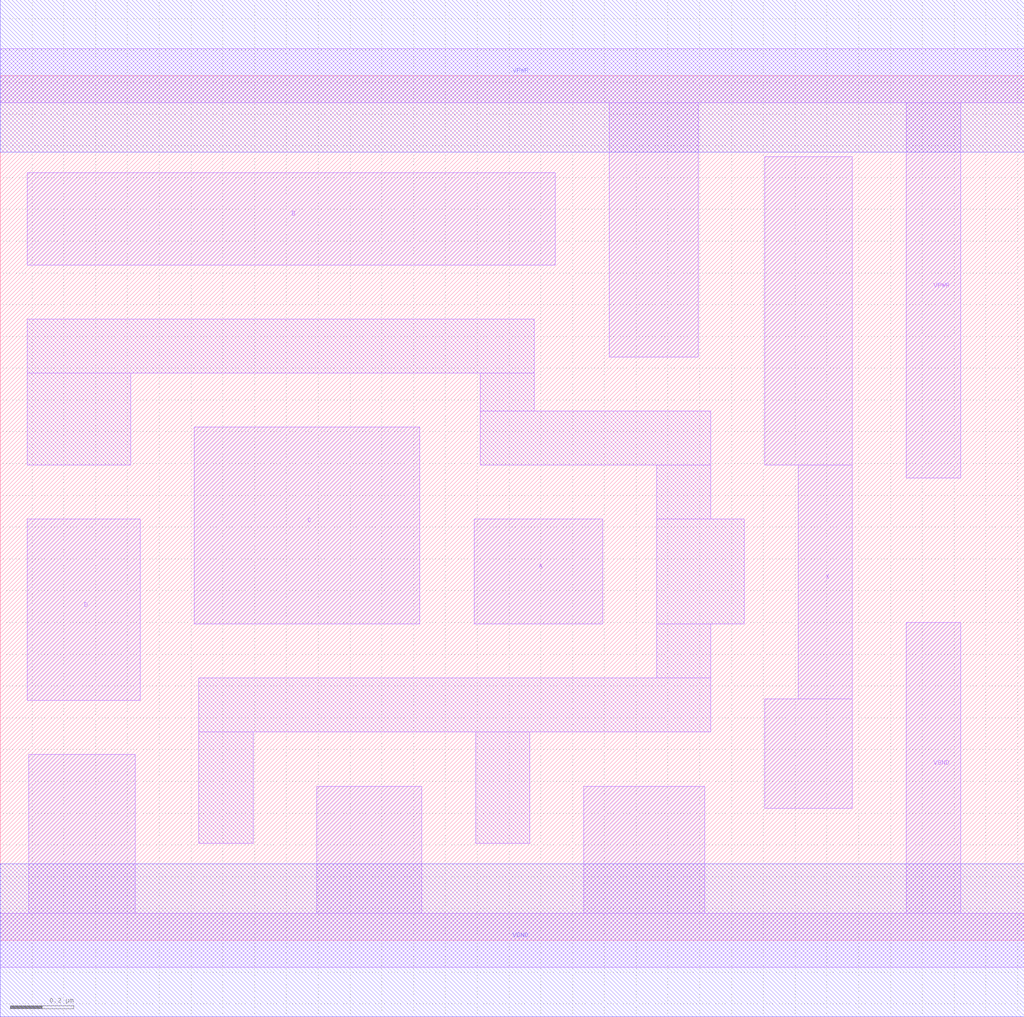
<source format=lef>
# Copyright 2020 The SkyWater PDK Authors
#
# Licensed under the Apache License, Version 2.0 (the "License");
# you may not use this file except in compliance with the License.
# You may obtain a copy of the License at
#
#     https://www.apache.org/licenses/LICENSE-2.0
#
# Unless required by applicable law or agreed to in writing, software
# distributed under the License is distributed on an "AS IS" BASIS,
# WITHOUT WARRANTIES OR CONDITIONS OF ANY KIND, either express or implied.
# See the License for the specific language governing permissions and
# limitations under the License.
#
# SPDX-License-Identifier: Apache-2.0

VERSION 5.5 ;
NAMESCASESENSITIVE ON ;
BUSBITCHARS "[]" ;
DIVIDERCHAR "/" ;
MACRO sky130_fd_sc_hd__or4_2
  CLASS CORE ;
  SOURCE USER ;
  ORIGIN  0.000000  0.000000 ;
  SIZE  3.220000 BY  2.720000 ;
  SYMMETRY X Y R90 ;
  SITE unithd ;
  PIN A
    ANTENNAGATEAREA  0.126000 ;
    DIRECTION INPUT ;
    USE SIGNAL ;
    PORT
      LAYER li1 ;
        RECT 1.490000 0.995000 1.895000 1.325000 ;
    END
  END A
  PIN B
    ANTENNAGATEAREA  0.126000 ;
    DIRECTION INPUT ;
    USE SIGNAL ;
    PORT
      LAYER li1 ;
        RECT 0.085000 2.125000 1.745000 2.415000 ;
    END
  END B
  PIN C
    ANTENNAGATEAREA  0.126000 ;
    DIRECTION INPUT ;
    USE SIGNAL ;
    PORT
      LAYER li1 ;
        RECT 0.610000 0.995000 1.320000 1.615000 ;
    END
  END C
  PIN D
    ANTENNAGATEAREA  0.126000 ;
    DIRECTION INPUT ;
    USE SIGNAL ;
    PORT
      LAYER li1 ;
        RECT 0.085000 0.755000 0.440000 1.325000 ;
    END
  END D
  PIN X
    ANTENNADIFFAREA  0.445500 ;
    DIRECTION OUTPUT ;
    USE SIGNAL ;
    PORT
      LAYER li1 ;
        RECT 2.405000 0.415000 2.680000 0.760000 ;
        RECT 2.405000 1.495000 2.680000 2.465000 ;
        RECT 2.510000 0.760000 2.680000 1.495000 ;
    END
  END X
  PIN VGND
    DIRECTION INOUT ;
    SHAPE ABUTMENT ;
    USE GROUND ;
    PORT
      LAYER li1 ;
        RECT 0.000000 -0.085000 3.220000 0.085000 ;
        RECT 0.090000  0.085000 0.425000 0.585000 ;
        RECT 0.995000  0.085000 1.325000 0.485000 ;
        RECT 1.835000  0.085000 2.215000 0.485000 ;
        RECT 2.850000  0.085000 3.020000 1.000000 ;
    END
    PORT
      LAYER met1 ;
        RECT 0.000000 -0.240000 3.220000 0.240000 ;
    END
  END VGND
  PIN VPWR
    DIRECTION INOUT ;
    SHAPE ABUTMENT ;
    USE POWER ;
    PORT
      LAYER li1 ;
        RECT 0.000000 2.635000 3.220000 2.805000 ;
        RECT 1.915000 1.835000 2.195000 2.635000 ;
        RECT 2.850000 1.455000 3.020000 2.635000 ;
    END
    PORT
      LAYER met1 ;
        RECT 0.000000 2.480000 3.220000 2.960000 ;
    END
  END VPWR
  OBS
    LAYER li1 ;
      RECT 0.085000 1.495000 0.410000 1.785000 ;
      RECT 0.085000 1.785000 1.680000 1.955000 ;
      RECT 0.625000 0.305000 0.795000 0.655000 ;
      RECT 0.625000 0.655000 2.235000 0.825000 ;
      RECT 1.495000 0.305000 1.665000 0.655000 ;
      RECT 1.510000 1.495000 2.235000 1.665000 ;
      RECT 1.510000 1.665000 1.680000 1.785000 ;
      RECT 2.065000 0.825000 2.235000 0.995000 ;
      RECT 2.065000 0.995000 2.340000 1.325000 ;
      RECT 2.065000 1.325000 2.235000 1.495000 ;
  END
END sky130_fd_sc_hd__or4_2
END LIBRARY

</source>
